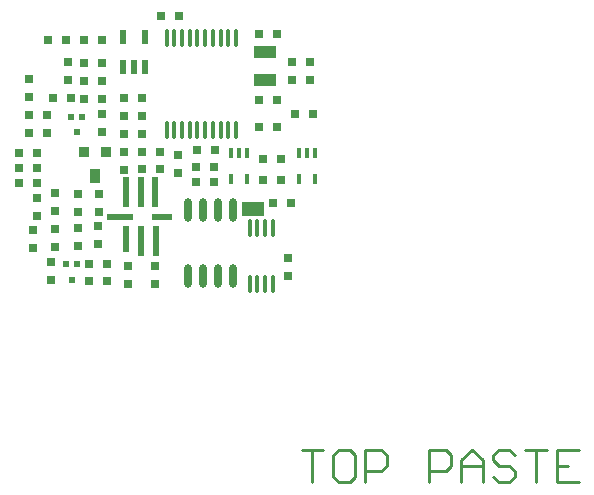
<source format=gtp>
%FSLAX23Y23*%
%MOIN*%
G70*
G01*
G75*
G04 Layer_Color=8421504*
%ADD10O,0.024X0.080*%
%ADD11R,0.020X0.050*%
%ADD12R,0.024X0.024*%
%ADD13R,0.030X0.030*%
%ADD14R,0.030X0.030*%
%ADD15R,0.074X0.045*%
%ADD16R,0.036X0.050*%
%ADD17R,0.036X0.036*%
%ADD18R,0.075X0.043*%
%ADD19O,0.016X0.060*%
%ADD20R,0.024X0.100*%
%ADD21R,0.024X0.090*%
%ADD22R,0.070X0.024*%
%ADD23R,0.090X0.024*%
%ADD24O,0.016X0.060*%
%ADD25R,0.014X0.035*%
%ADD26R,0.025X0.030*%
%ADD27R,0.014X0.035*%
%ADD28C,0.010*%
%ADD29C,0.008*%
%ADD30C,0.012*%
%ADD31C,0.015*%
%ADD32C,0.025*%
%ADD33C,0.016*%
%ADD34C,0.020*%
%ADD35C,0.014*%
%ADD36C,0.006*%
%ADD37R,0.050X0.050*%
%ADD38C,0.070*%
%ADD39R,0.049X0.049*%
%ADD40C,0.024*%
%ADD41R,0.070X0.070*%
%ADD42R,0.140X0.140*%
%ADD43C,0.030*%
D10*
X778Y495D02*
D03*
X678Y715D02*
D03*
X778D02*
D03*
X728D02*
D03*
X628D02*
D03*
X728Y495D02*
D03*
X678D02*
D03*
X628D02*
D03*
D11*
X411Y1191D02*
D03*
Y1291D02*
D03*
X486D02*
D03*
X448Y1191D02*
D03*
X486D02*
D03*
D12*
X241Y482D02*
D03*
X260Y533D02*
D03*
X221D02*
D03*
X276Y1025D02*
D03*
X257Y974D02*
D03*
X237Y1025D02*
D03*
D13*
X261Y766D02*
D03*
X520Y527D02*
D03*
X171Y481D02*
D03*
X961Y493D02*
D03*
X331Y766D02*
D03*
X1035Y1206D02*
D03*
X416Y908D02*
D03*
X330Y661D02*
D03*
X261Y655D02*
D03*
Y706D02*
D03*
Y595D02*
D03*
X186Y771D02*
D03*
X520Y467D02*
D03*
X430D02*
D03*
X330Y601D02*
D03*
X124Y695D02*
D03*
X111Y647D02*
D03*
X186Y711D02*
D03*
X111Y587D02*
D03*
X171Y541D02*
D03*
X124Y755D02*
D03*
X416Y848D02*
D03*
X1035Y1146D02*
D03*
X430Y527D02*
D03*
X331Y706D02*
D03*
X961Y553D02*
D03*
X229Y1147D02*
D03*
Y1207D02*
D03*
X99Y1032D02*
D03*
Y972D02*
D03*
X342Y1035D02*
D03*
X159Y972D02*
D03*
X342Y975D02*
D03*
X159Y1032D02*
D03*
X185Y651D02*
D03*
Y591D02*
D03*
X99Y1152D02*
D03*
Y1092D02*
D03*
X596Y896D02*
D03*
Y836D02*
D03*
X416Y1026D02*
D03*
Y966D02*
D03*
X976Y1206D02*
D03*
Y1146D02*
D03*
X476Y966D02*
D03*
Y1026D02*
D03*
D14*
X1045Y1035D02*
D03*
X300Y477D02*
D03*
X985Y1035D02*
D03*
X341Y1281D02*
D03*
X600Y1360D02*
D03*
X360Y477D02*
D03*
X299Y534D02*
D03*
X359D02*
D03*
X282Y1145D02*
D03*
Y1203D02*
D03*
Y1085D02*
D03*
X240Y1088D02*
D03*
X281Y1281D02*
D03*
X180Y1088D02*
D03*
X64Y805D02*
D03*
Y855D02*
D03*
Y904D02*
D03*
X342Y1085D02*
D03*
Y1145D02*
D03*
Y1203D02*
D03*
X124Y904D02*
D03*
Y805D02*
D03*
Y855D02*
D03*
X416Y1086D02*
D03*
X476D02*
D03*
X911Y736D02*
D03*
X971D02*
D03*
X476Y906D02*
D03*
X536D02*
D03*
Y851D02*
D03*
X476D02*
D03*
X716Y806D02*
D03*
X656D02*
D03*
Y856D02*
D03*
X716D02*
D03*
X925Y1080D02*
D03*
X865D02*
D03*
X925Y1300D02*
D03*
X865D02*
D03*
X540Y1360D02*
D03*
X221Y1281D02*
D03*
X161D02*
D03*
X940Y815D02*
D03*
X880D02*
D03*
Y885D02*
D03*
X940D02*
D03*
X660Y915D02*
D03*
X720D02*
D03*
D15*
X846Y718D02*
D03*
D16*
X318Y828D02*
D03*
D17*
X281Y908D02*
D03*
X356D02*
D03*
D18*
X885Y1148D02*
D03*
Y1242D02*
D03*
D19*
X834Y654D02*
D03*
X860Y467D02*
D03*
X885D02*
D03*
X834D02*
D03*
X911Y654D02*
D03*
X885D02*
D03*
X911Y467D02*
D03*
X860Y654D02*
D03*
D20*
X471Y612D02*
D03*
X521D02*
D03*
X520Y775D02*
D03*
X471Y774D02*
D03*
X421D02*
D03*
D21*
Y617D02*
D03*
D22*
X543Y690D02*
D03*
D23*
X401Y690D02*
D03*
D24*
X788Y979D02*
D03*
X634Y1286D02*
D03*
X737D02*
D03*
X660Y979D02*
D03*
X686D02*
D03*
X634D02*
D03*
X711Y1286D02*
D03*
X737Y979D02*
D03*
X762D02*
D03*
X788Y1286D02*
D03*
X558D02*
D03*
X583Y979D02*
D03*
X686Y1286D02*
D03*
X660D02*
D03*
X762D02*
D03*
X609D02*
D03*
X583D02*
D03*
X558Y979D02*
D03*
X711D02*
D03*
X609D02*
D03*
D25*
X799Y904D02*
D03*
X773D02*
D03*
Y818D02*
D03*
X825D02*
D03*
Y904D02*
D03*
X1000D02*
D03*
X1026D02*
D03*
X1000Y818D02*
D03*
X1052D02*
D03*
D26*
X865Y990D02*
D03*
X925D02*
D03*
D27*
X1052Y904D02*
D03*
D28*
X1007Y-86D02*
X1078D01*
X1042D01*
Y-192D01*
X1167Y-86D02*
X1131D01*
X1113Y-103D01*
Y-175D01*
X1131Y-192D01*
X1167D01*
X1184Y-175D01*
Y-103D01*
X1167Y-86D01*
X1220Y-192D02*
Y-86D01*
X1273D01*
X1291Y-103D01*
Y-139D01*
X1273Y-157D01*
X1220D01*
X1433Y-192D02*
Y-86D01*
X1487D01*
X1504Y-103D01*
Y-139D01*
X1487Y-157D01*
X1433D01*
X1540Y-192D02*
Y-121D01*
X1575Y-86D01*
X1611Y-121D01*
Y-192D01*
Y-139D01*
X1540D01*
X1718Y-103D02*
X1700Y-86D01*
X1664D01*
X1646Y-103D01*
Y-121D01*
X1664Y-139D01*
X1700D01*
X1718Y-157D01*
Y-175D01*
X1700Y-192D01*
X1664D01*
X1646Y-175D01*
X1753Y-86D02*
X1824D01*
X1789D01*
Y-192D01*
X1931Y-86D02*
X1860D01*
Y-192D01*
X1931D01*
X1860Y-139D02*
X1895D01*
M02*

</source>
